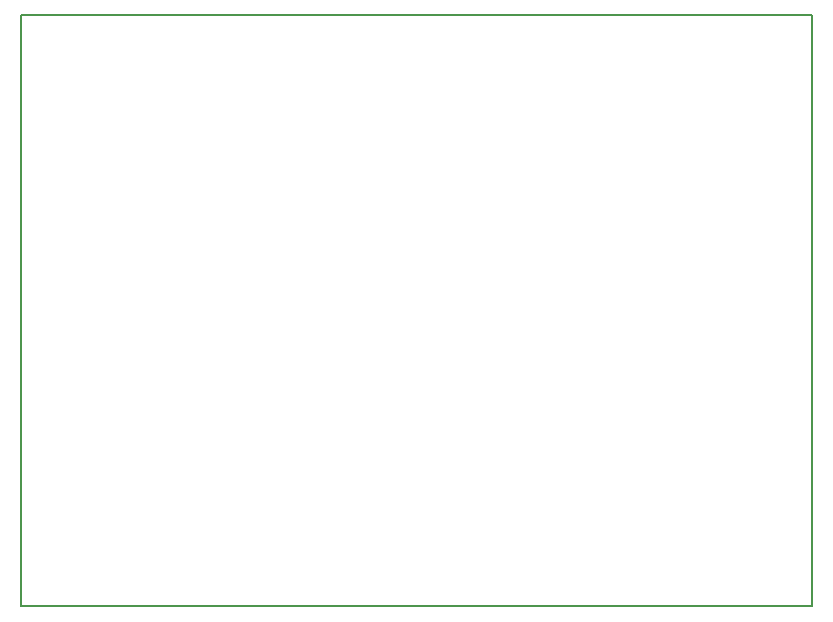
<source format=gbr>
%TF.GenerationSoftware,KiCad,Pcbnew,(5.1.9)-1*%
%TF.CreationDate,2021-05-20T13:27:56+02:00*%
%TF.ProjectId,PEE50-CurrentProtectionTemplate,50454535-302d-4437-9572-72656e745072,rev?*%
%TF.SameCoordinates,Original*%
%TF.FileFunction,Profile,NP*%
%FSLAX46Y46*%
G04 Gerber Fmt 4.6, Leading zero omitted, Abs format (unit mm)*
G04 Created by KiCad (PCBNEW (5.1.9)-1) date 2021-05-20 13:27:56*
%MOMM*%
%LPD*%
G01*
G04 APERTURE LIST*
%TA.AperFunction,Profile*%
%ADD10C,0.200000*%
%TD*%
G04 APERTURE END LIST*
D10*
X82000000Y-65000000D02*
X82000000Y-15000000D01*
X15000000Y-65000000D02*
X82000000Y-65000000D01*
X15000000Y-65000000D02*
X15000000Y-15000000D01*
X82000000Y-15000000D02*
X15000000Y-15000000D01*
M02*

</source>
